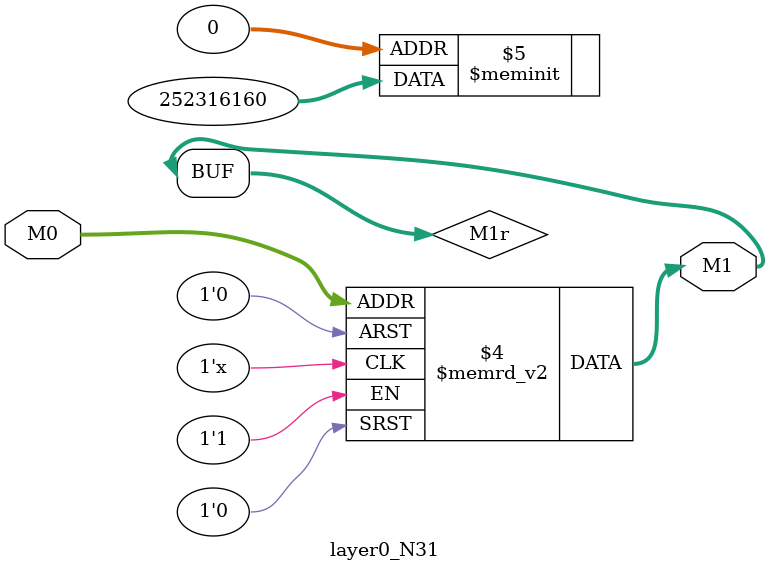
<source format=v>
module layer0_N31 ( input [3:0] M0, output [1:0] M1 );

	(*rom_style = "distributed" *) reg [1:0] M1r;
	assign M1 = M1r;
	always @ (M0) begin
		case (M0)
			4'b0000: M1r = 2'b00;
			4'b1000: M1r = 2'b10;
			4'b0100: M1r = 2'b10;
			4'b1100: M1r = 2'b11;
			4'b0010: M1r = 2'b00;
			4'b1010: M1r = 2'b00;
			4'b0110: M1r = 2'b00;
			4'b1110: M1r = 2'b00;
			4'b0001: M1r = 2'b00;
			4'b1001: M1r = 2'b10;
			4'b0101: M1r = 2'b10;
			4'b1101: M1r = 2'b11;
			4'b0011: M1r = 2'b00;
			4'b1011: M1r = 2'b00;
			4'b0111: M1r = 2'b00;
			4'b1111: M1r = 2'b00;

		endcase
	end
endmodule

</source>
